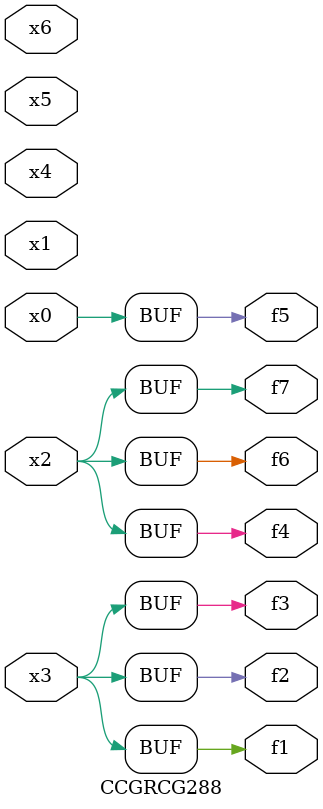
<source format=v>
module CCGRCG288(
	input x0, x1, x2, x3, x4, x5, x6,
	output f1, f2, f3, f4, f5, f6, f7
);
	assign f1 = x3;
	assign f2 = x3;
	assign f3 = x3;
	assign f4 = x2;
	assign f5 = x0;
	assign f6 = x2;
	assign f7 = x2;
endmodule

</source>
